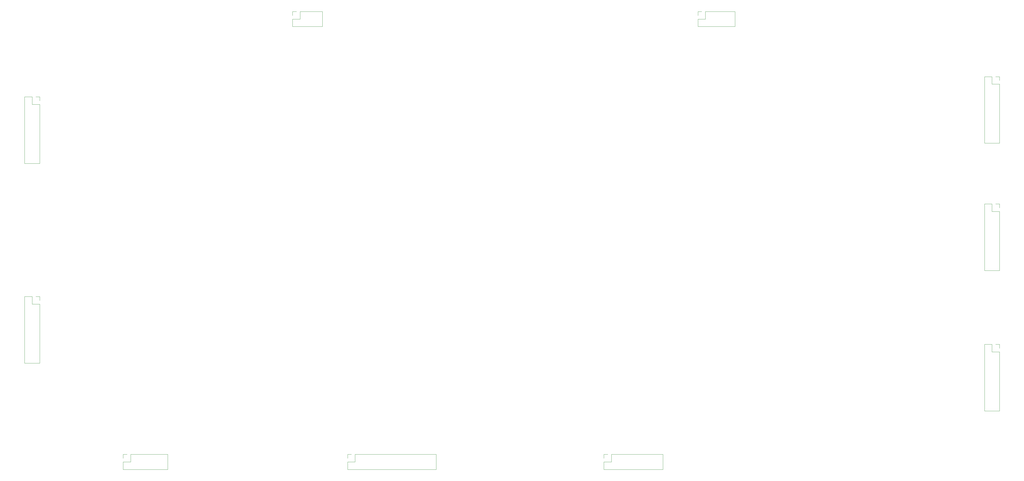
<source format=gbr>
%TF.GenerationSoftware,KiCad,Pcbnew,(5.1.9-0-10_14)*%
%TF.CreationDate,2021-03-15T08:17:51+11:00*%
%TF.ProjectId,Boom-1-Top,426f6f6d-2d31-42d5-946f-702e6b696361,rev?*%
%TF.SameCoordinates,Original*%
%TF.FileFunction,Legend,Bot*%
%TF.FilePolarity,Positive*%
%FSLAX46Y46*%
G04 Gerber Fmt 4.6, Leading zero omitted, Abs format (unit mm)*
G04 Created by KiCad (PCBNEW (5.1.9-0-10_14)) date 2021-03-15 08:17:51*
%MOMM*%
%LPD*%
G01*
G04 APERTURE LIST*
%ADD10C,0.120000*%
G04 APERTURE END LIST*
D10*
%TO.C,J46*%
X473330000Y-245850000D02*
X468130000Y-245850000D01*
X473330000Y-225470000D02*
X473330000Y-245850000D01*
X468130000Y-222870000D02*
X468130000Y-245850000D01*
X473330000Y-225470000D02*
X470730000Y-225470000D01*
X470730000Y-225470000D02*
X470730000Y-222870000D01*
X470730000Y-222870000D02*
X468130000Y-222870000D01*
X473330000Y-224200000D02*
X473330000Y-222870000D01*
X473330000Y-222870000D02*
X472000000Y-222870000D01*
%TO.C,J45*%
X381990000Y-107870000D02*
X381990000Y-113070000D01*
X371770000Y-107870000D02*
X381990000Y-107870000D01*
X369170000Y-113070000D02*
X381990000Y-113070000D01*
X371770000Y-107870000D02*
X371770000Y-110470000D01*
X371770000Y-110470000D02*
X369170000Y-110470000D01*
X369170000Y-110470000D02*
X369170000Y-113070000D01*
X370500000Y-107870000D02*
X369170000Y-107870000D01*
X369170000Y-107870000D02*
X369170000Y-109200000D01*
%TO.C,J44*%
X239450000Y-107870000D02*
X239450000Y-113070000D01*
X231770000Y-107870000D02*
X239450000Y-107870000D01*
X229170000Y-113070000D02*
X239450000Y-113070000D01*
X231770000Y-107870000D02*
X231770000Y-110470000D01*
X231770000Y-110470000D02*
X229170000Y-110470000D01*
X229170000Y-110470000D02*
X229170000Y-113070000D01*
X230500000Y-107870000D02*
X229170000Y-107870000D01*
X229170000Y-107870000D02*
X229170000Y-109200000D01*
%TO.C,J43*%
X357110000Y-260870000D02*
X357110000Y-266070000D01*
X339270000Y-260870000D02*
X357110000Y-260870000D01*
X336670000Y-266070000D02*
X357110000Y-266070000D01*
X339270000Y-260870000D02*
X339270000Y-263470000D01*
X339270000Y-263470000D02*
X336670000Y-263470000D01*
X336670000Y-263470000D02*
X336670000Y-266070000D01*
X338000000Y-260870000D02*
X336670000Y-260870000D01*
X336670000Y-260870000D02*
X336670000Y-262200000D01*
%TO.C,J42*%
X473330000Y-153350000D02*
X468130000Y-153350000D01*
X473330000Y-132970000D02*
X473330000Y-153350000D01*
X468130000Y-130370000D02*
X468130000Y-153350000D01*
X473330000Y-132970000D02*
X470730000Y-132970000D01*
X470730000Y-132970000D02*
X470730000Y-130370000D01*
X470730000Y-130370000D02*
X468130000Y-130370000D01*
X473330000Y-131700000D02*
X473330000Y-130370000D01*
X473330000Y-130370000D02*
X472000000Y-130370000D01*
%TO.C,J41*%
X473330000Y-197350000D02*
X468130000Y-197350000D01*
X473330000Y-176970000D02*
X473330000Y-197350000D01*
X468130000Y-174370000D02*
X468130000Y-197350000D01*
X473330000Y-176970000D02*
X470730000Y-176970000D01*
X470730000Y-176970000D02*
X470730000Y-174370000D01*
X470730000Y-174370000D02*
X468130000Y-174370000D01*
X473330000Y-175700000D02*
X473330000Y-174370000D01*
X473330000Y-174370000D02*
X472000000Y-174370000D01*
%TO.C,J40*%
X278770000Y-260870000D02*
X278770000Y-266070000D01*
X250770000Y-260870000D02*
X278770000Y-260870000D01*
X248170000Y-266070000D02*
X278770000Y-266070000D01*
X250770000Y-260870000D02*
X250770000Y-263470000D01*
X250770000Y-263470000D02*
X248170000Y-263470000D01*
X248170000Y-263470000D02*
X248170000Y-266070000D01*
X249500000Y-260870000D02*
X248170000Y-260870000D01*
X248170000Y-260870000D02*
X248170000Y-262200000D01*
%TO.C,J39*%
X186030000Y-260870000D02*
X186030000Y-266070000D01*
X173270000Y-260870000D02*
X186030000Y-260870000D01*
X170670000Y-266070000D02*
X186030000Y-266070000D01*
X173270000Y-260870000D02*
X173270000Y-263470000D01*
X173270000Y-263470000D02*
X170670000Y-263470000D01*
X170670000Y-263470000D02*
X170670000Y-266070000D01*
X172000000Y-260870000D02*
X170670000Y-260870000D01*
X170670000Y-260870000D02*
X170670000Y-262200000D01*
%TO.C,J38*%
X141830000Y-229350000D02*
X136630000Y-229350000D01*
X141830000Y-208970000D02*
X141830000Y-229350000D01*
X136630000Y-206370000D02*
X136630000Y-229350000D01*
X141830000Y-208970000D02*
X139230000Y-208970000D01*
X139230000Y-208970000D02*
X139230000Y-206370000D01*
X139230000Y-206370000D02*
X136630000Y-206370000D01*
X141830000Y-207700000D02*
X141830000Y-206370000D01*
X141830000Y-206370000D02*
X140500000Y-206370000D01*
%TO.C,J37*%
X141830000Y-160350000D02*
X136630000Y-160350000D01*
X141830000Y-139970000D02*
X141830000Y-160350000D01*
X136630000Y-137370000D02*
X136630000Y-160350000D01*
X141830000Y-139970000D02*
X139230000Y-139970000D01*
X139230000Y-139970000D02*
X139230000Y-137370000D01*
X139230000Y-137370000D02*
X136630000Y-137370000D01*
X141830000Y-138700000D02*
X141830000Y-137370000D01*
X141830000Y-137370000D02*
X140500000Y-137370000D01*
%TD*%
M02*

</source>
